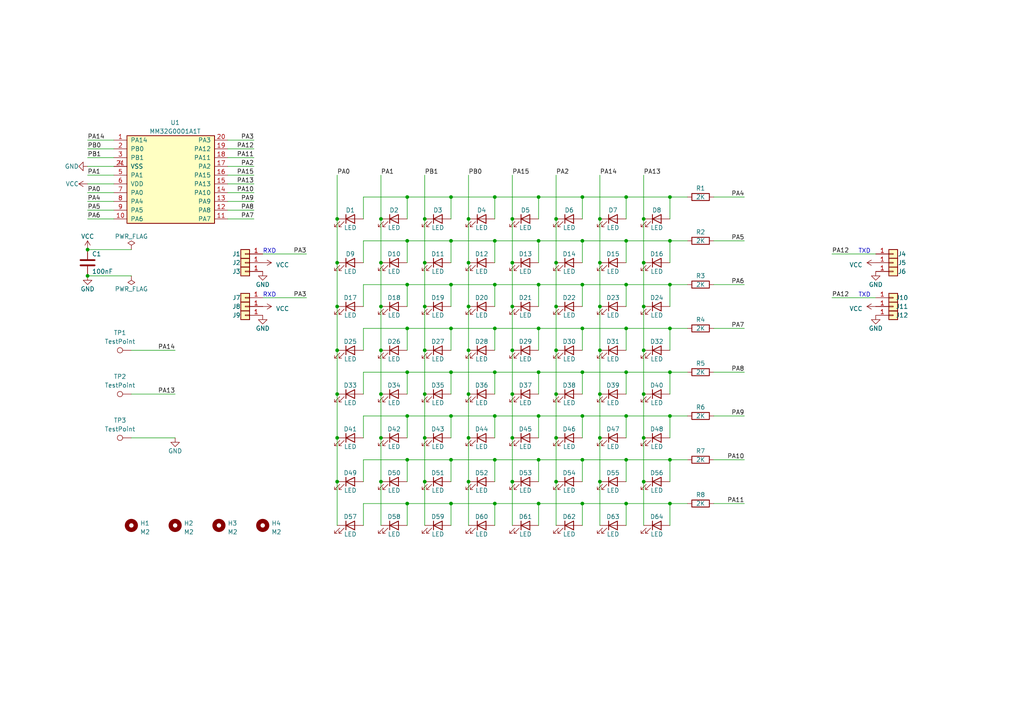
<source format=kicad_sch>
(kicad_sch (version 20230121) (generator eeschema)
  (paper "A4")
  (lib_symbols
    (symbol "Connector:TestPoint" (pin_numbers hide) (pin_names (offset 0.762) hide)
      (property "Reference" "TP" (at 0 6.858 0))
      (property "Value" "TestPoint" (at 0 5.08 0))
      (symbol "TestPoint_0_1"
        (circle (center 0 3.302) (radius 0.762))
      )
      (symbol "TestPoint_1_1"
        (pin passive line (at 0 0 90) (length 2.54) (name "1") (number "1"))
      )
    )
    (symbol "Connector_Generic:Conn_01x01" (pin_names (offset 1.016) hide)
      (property "Reference" "J" (at 0 2.54 0))
      (property "Value" "Conn_01x01" (at 0 -2.54 0))
      (symbol "Conn_01x01_1_1"
        (rectangle (start -1.27 0.127) (end 0 -0.127) (stroke (width 0.1524)))
        (rectangle (start -1.27 1.27) (end 1.27 -1.27) (stroke (width 0.254)) (fill (type background)))
        (pin passive line (at -5.08 0 0) (length 3.81) (name "Pin_1") (number "1"))
      )
    )
    (symbol "Connector_Generic:Conn_02x10_Counter_Clockwise" (pin_names (offset 1.016))
      (property "Reference" "U1" (at 1.27 15.24 0))
      (property "Value" "MM32G0001A1T" (at 1.27 12.7 0))
      (symbol "Conn_02x10_Counter_Clockwise_1_1"
        (rectangle (start -12.7 11.43) (end 12.7 -13.97) (stroke (width 0.254)) (fill (type background)))
        (pin bidirectional line (at -16.51 10.16 0) (length 3.81) (name "PA14") (number "1"))
        (pin bidirectional line (at -16.51 -12.7 0) (length 3.81) (name "PA6") (number "10"))
        (pin bidirectional line (at 16.51 -12.7 180) (length 3.81) (name "PA7") (number "11"))
        (pin bidirectional line (at 16.51 -10.16 180) (length 3.81) (name "PA8") (number "12"))
        (pin bidirectional line (at 16.51 -7.62 180) (length 3.81) (name "PA9") (number "13"))
        (pin bidirectional line (at 16.51 -5.08 180) (length 3.81) (name "PA10") (number "14"))
        (pin bidirectional line (at 16.51 -2.54 180) (length 3.81) (name "PA13") (number "15"))
        (pin bidirectional line (at 16.51 0 180) (length 3.81) (name "PA15") (number "16"))
        (pin bidirectional line (at 16.51 2.54 180) (length 3.81) (name "PA2") (number "17"))
        (pin bidirectional line (at 16.51 5.08 180) (length 3.81) (name "PA11") (number "18"))
        (pin bidirectional line (at 16.51 7.62 180) (length 3.81) (name "PA12") (number "19"))
        (pin bidirectional line (at -16.51 7.62 0) (length 3.81) (name "PB0") (number "2"))
        (pin bidirectional line (at 16.51 10.16 180) (length 3.81) (name "PA3") (number "20"))
        (pin power_in line (at -16.51 2.54 0) (length 3.81) (name "VSS") (number "21"))
        (pin bidirectional line (at -16.51 5.08 0) (length 3.81) (name "PB1") (number "3"))
        (pin power_in line (at -16.51 2.54 0) (length 3.81) (name "VSS") (number "4"))
        (pin bidirectional line (at -16.51 0 0) (length 3.81) (name "PA1") (number "5"))
        (pin power_in line (at -16.51 -2.54 0) (length 3.81) (name "VDD") (number "6"))
        (pin bidirectional line (at -16.51 -5.08 0) (length 3.81) (name "PA0") (number "7"))
        (pin bidirectional line (at -16.51 -7.62 0) (length 3.81) (name "PA4") (number "8"))
        (pin bidirectional line (at -16.51 -10.16 0) (length 3.81) (name "PA5") (number "9"))
      )
    )
    (symbol "Device:C" (pin_numbers hide) (pin_names (offset 0.254))
      (property "Reference" "C" (at 0.635 2.54 0))
      (property "Value" "C" (at 0.635 -2.54 0))
      (symbol "C_0_1"
        (polyline (pts (xy -2.032 -0.762) (xy 2.032 -0.762)) (stroke (width 0.508)))
        (polyline (pts (xy -2.032 0.762) (xy 2.032 0.762)) (stroke (width 0.508)))
      )
      (symbol "C_1_1"
        (pin passive line (at 0 3.81 270) (length 2.794) (name "~") (number "1"))
        (pin passive line (at 0 -3.81 90) (length 2.794) (name "~") (number "2"))
      )
    )
    (symbol "Device:LED" (pin_numbers hide) (pin_names (offset 1.016) hide)
      (property "Reference" "D" (at 0 2.54 0))
      (property "Value" "LED" (at 0 -2.54 0))
      (symbol "LED_0_1"
        (polyline (pts (xy -1.27 -1.27) (xy -1.27 1.27)) (stroke (width 0.254)))
        (polyline (pts (xy -1.27 0) (xy 1.27 0)))
        (polyline (pts (xy 1.27 -1.27) (xy 1.27 1.27) (xy -1.27 0) (xy 1.27 -1.27)) (stroke (width 0.254)))
        (polyline (pts (xy -3.048 -0.762) (xy -4.572 -2.286) (xy -3.81 -2.286) (xy -4.572 -2.286) (xy -4.572 -1.524)))
        (polyline (pts (xy -1.778 -0.762) (xy -3.302 -2.286) (xy -2.54 -2.286) (xy -3.302 -2.286) (xy -3.302 -1.524)))
      )
      (symbol "LED_1_1"
        (pin passive line (at -3.81 0 0) (length 2.54) (name "K") (number "1"))
        (pin passive line (at 3.81 0 180) (length 2.54) (name "A") (number "2"))
      )
    )
    (symbol "Device:R" (pin_numbers hide) (pin_names (offset 0))
      (property "Reference" "R" (at 2.032 0 90))
      (property "Value" "R" (at 0 0 90))
      (symbol "R_0_1"
        (rectangle (start -1.016 -2.54) (end 1.016 2.54) (stroke (width 0.254)))
      )
      (symbol "R_1_1"
        (pin passive line (at 0 3.81 270) (length 1.27) (name "~") (number "1"))
        (pin passive line (at 0 -3.81 90) (length 1.27) (name "~") (number "2"))
      )
    )
    (symbol "Mechanical:MountingHole" (pin_names (offset 1.016))
      (property "Reference" "H" (at 0 5.08 0))
      (property "Value" "MountingHole" (at 0 3.175 0))
      (symbol "MountingHole_0_1"
        (circle (center 0 0) (radius 1.27) (stroke (width 1.27)))
      )
    )
    (symbol "power:GND" (power) (pin_names (offset 0))
      (property "Value" "GND" (at 0 -3.81 0))
      (symbol "GND_0_1"
        (polyline (pts (xy 0 0) (xy 0 -1.27) (xy 1.27 -1.27) (xy 0 -2.54) (xy -1.27 -1.27) (xy 0 -1.27)))
      )
      (symbol "GND_1_1"
        (pin power_in line (at 0 0 270) (length 0) hide (name "GND") (number "1"))
      )
    )
    (symbol "power:PWR_FLAG" (power) (pin_numbers hide) (pin_names (offset 0) hide)
      (property "Value" "PWR_FLAG" (at 0 3.81 0))
      (symbol "PWR_FLAG_0_0"
        (pin power_out line (at 0 0 90) (length 0) (name "pwr") (number "1"))
      )
      (symbol "PWR_FLAG_0_1"
        (polyline (pts (xy 0 0) (xy 0 1.27) (xy -1.016 1.905) (xy 0 2.54) (xy 1.016 1.905) (xy 0 1.27)))
      )
    )
    (symbol "power:VCC" (power) (pin_names (offset 0))
      (property "Value" "VCC" (at 0 3.81 0))
      (symbol "VCC_0_1"
        (polyline (pts (xy -0.762 1.27) (xy 0 2.54)))
        (polyline (pts (xy 0 0) (xy 0 2.54)))
        (polyline (pts (xy 0 2.54) (xy 0.762 1.27)))
      )
      (symbol "VCC_1_1"
        (pin power_in line (at 0 0 90) (length 0) hide (name "VCC") (number "1"))
      )
    )
  )
  (junction (at 156.21 120.65))
  (junction (at 118.11 146.05))
  (junction (at 194.31 57.15))
  (junction (at 181.61 82.55))
  (junction (at 173.99 76.2))
  (junction (at 148.59 101.6))
  (junction (at 194.31 133.35))
  (junction (at 110.49 88.9))
  (junction (at 173.99 127))
  (junction (at 156.21 82.55))
  (junction (at 97.79 101.6))
  (junction (at 161.29 114.3))
  (junction (at 161.29 127))
  (junction (at 168.91 120.65))
  (junction (at 156.21 57.15))
  (junction (at 135.89 88.9))
  (junction (at 148.59 88.9))
  (junction (at 156.21 69.85))
  (junction (at 194.31 82.55))
  (junction (at 97.79 139.7))
  (junction (at 148.59 139.7))
  (junction (at 135.89 114.3))
  (junction (at 130.81 57.15))
  (junction (at 118.11 69.85))
  (junction (at 173.99 88.9))
  (junction (at 148.59 76.2))
  (junction (at 118.11 95.25))
  (junction (at 143.51 69.85))
  (junction (at 161.29 76.2))
  (junction (at 110.49 101.6))
  (junction (at 118.11 133.35))
  (junction (at 156.21 107.95))
  (junction (at 123.19 101.6))
  (junction (at 97.79 127))
  (junction (at 143.51 133.35))
  (junction (at 186.69 101.6))
  (junction (at 25.4 80.01))
  (junction (at 168.91 95.25))
  (junction (at 168.91 107.95))
  (junction (at 25.4 72.39))
  (junction (at 181.61 133.35))
  (junction (at 156.21 133.35))
  (junction (at 148.59 114.3))
  (junction (at 123.19 114.3))
  (junction (at 161.29 63.5))
  (junction (at 148.59 127))
  (junction (at 143.51 57.15))
  (junction (at 130.81 107.95))
  (junction (at 143.51 120.65))
  (junction (at 135.89 76.2))
  (junction (at 130.81 82.55))
  (junction (at 110.49 114.3))
  (junction (at 194.31 95.25))
  (junction (at 123.19 76.2))
  (junction (at 156.21 146.05))
  (junction (at 168.91 82.55))
  (junction (at 97.79 63.5))
  (junction (at 173.99 114.3))
  (junction (at 110.49 139.7))
  (junction (at 161.29 139.7))
  (junction (at 181.61 95.25))
  (junction (at 118.11 120.65))
  (junction (at 118.11 57.15))
  (junction (at 186.69 139.7))
  (junction (at 173.99 101.6))
  (junction (at 173.99 139.7))
  (junction (at 110.49 63.5))
  (junction (at 181.61 69.85))
  (junction (at 168.91 133.35))
  (junction (at 143.51 146.05))
  (junction (at 168.91 69.85))
  (junction (at 181.61 146.05))
  (junction (at 135.89 63.5))
  (junction (at 168.91 146.05))
  (junction (at 118.11 82.55))
  (junction (at 143.51 107.95))
  (junction (at 186.69 114.3))
  (junction (at 130.81 69.85))
  (junction (at 181.61 57.15))
  (junction (at 130.81 133.35))
  (junction (at 194.31 120.65))
  (junction (at 130.81 95.25))
  (junction (at 110.49 127))
  (junction (at 130.81 120.65))
  (junction (at 186.69 88.9))
  (junction (at 123.19 63.5))
  (junction (at 194.31 69.85))
  (junction (at 186.69 76.2))
  (junction (at 186.69 127))
  (junction (at 123.19 127))
  (junction (at 194.31 107.95))
  (junction (at 156.21 95.25))
  (junction (at 148.59 63.5))
  (junction (at 161.29 88.9))
  (junction (at 181.61 120.65))
  (junction (at 97.79 114.3))
  (junction (at 135.89 101.6))
  (junction (at 97.79 88.9))
  (junction (at 110.49 76.2))
  (junction (at 97.79 76.2))
  (junction (at 143.51 95.25))
  (junction (at 135.89 139.7))
  (junction (at 168.91 57.15))
  (junction (at 143.51 82.55))
  (junction (at 161.29 101.6))
  (junction (at 173.99 63.5))
  (junction (at 118.11 107.95))
  (junction (at 130.81 146.05))
  (junction (at 123.19 139.7))
  (junction (at 194.31 146.05))
  (junction (at 123.19 88.9))
  (junction (at 186.69 63.5))
  (junction (at 181.61 107.95))
  (junction (at 135.89 127))
  (wire (pts (xy 38.1 127) (xy 50.8 127)))
  (wire (pts (xy 66.04 58.42) (xy 73.66 58.42)))
  (wire (pts (xy 168.91 133.35) (xy 181.61 133.35)))
  (wire (pts (xy 186.69 50.8) (xy 186.69 63.5)))
  (wire (pts (xy 186.69 139.7) (xy 186.69 152.4)))
  (wire (pts (xy 130.81 133.35) (xy 143.51 133.35)))
  (wire (pts (xy 161.29 127) (xy 161.29 139.7)))
  (wire (pts (xy 181.61 120.65) (xy 194.31 120.65)))
  (wire (pts (xy 194.31 133.35) (xy 199.39 133.35)))
  (wire (pts (xy 207.01 82.55) (xy 215.9 82.55)))
  (wire (pts (xy 148.59 139.7) (xy 148.59 152.4)))
  (wire (pts (xy 110.49 63.5) (xy 110.49 76.2)))
  (wire (pts (xy 105.41 69.85) (xy 118.11 69.85)))
  (wire (pts (xy 186.69 101.6) (xy 186.69 114.3)))
  (wire (pts (xy 148.59 88.9) (xy 148.59 101.6)))
  (wire (pts (xy 181.61 133.35) (xy 194.31 133.35)))
  (wire (pts (xy 181.61 95.25) (xy 181.61 101.6)))
  (wire (pts (xy 105.41 107.95) (xy 118.11 107.95)))
  (wire (pts (xy 97.79 101.6) (xy 97.79 114.3)))
  (wire (pts (xy 181.61 95.25) (xy 194.31 95.25)))
  (wire (pts (xy 161.29 114.3) (xy 161.29 127)))
  (wire (pts (xy 207.01 69.85) (xy 215.9 69.85)))
  (wire (pts (xy 156.21 133.35) (xy 168.91 133.35)))
  (wire (pts (xy 73.66 43.18) (xy 66.04 43.18)))
  (wire (pts (xy 25.4 55.88) (xy 33.02 55.88)))
  (wire (pts (xy 130.81 82.55) (xy 130.81 88.9)))
  (wire (pts (xy 110.49 114.3) (xy 110.49 127)))
  (wire (pts (xy 97.79 76.2) (xy 97.79 88.9)))
  (wire (pts (xy 173.99 139.7) (xy 173.99 152.4)))
  (wire (pts (xy 130.81 120.65) (xy 130.81 127)))
  (wire (pts (xy 156.21 120.65) (xy 168.91 120.65)))
  (wire (pts (xy 135.89 101.6) (xy 135.89 114.3)))
  (wire (pts (xy 181.61 107.95) (xy 181.61 114.3)))
  (wire (pts (xy 105.41 120.65) (xy 118.11 120.65)))
  (wire (pts (xy 25.4 80.01) (xy 38.1 80.01)))
  (wire (pts (xy 161.29 139.7) (xy 161.29 152.4)))
  (wire (pts (xy 148.59 101.6) (xy 148.59 114.3)))
  (wire (pts (xy 156.21 146.05) (xy 168.91 146.05)))
  (wire (pts (xy 66.04 63.5) (xy 73.66 63.5)))
  (wire (pts (xy 130.81 120.65) (xy 143.51 120.65)))
  (wire (pts (xy 123.19 101.6) (xy 123.19 114.3)))
  (wire (pts (xy 66.04 55.88) (xy 73.66 55.88)))
  (wire (pts (xy 25.4 50.8) (xy 33.02 50.8)))
  (wire (pts (xy 156.21 82.55) (xy 156.21 88.9)))
  (wire (pts (xy 105.41 95.25) (xy 118.11 95.25)))
  (wire (pts (xy 130.81 133.35) (xy 130.81 139.7)))
  (wire (pts (xy 148.59 76.2) (xy 148.59 88.9)))
  (wire (pts (xy 97.79 63.5) (xy 97.79 76.2)))
  (wire (pts (xy 123.19 76.2) (xy 123.19 88.9)))
  (wire (pts (xy 156.21 57.15) (xy 156.21 63.5)))
  (wire (pts (xy 123.19 50.8) (xy 123.19 63.5)))
  (wire (pts (xy 173.99 76.2) (xy 173.99 88.9)))
  (wire (pts (xy 105.41 139.7) (xy 105.41 133.35)))
  (wire (pts (xy 143.51 146.05) (xy 156.21 146.05)))
  (wire (pts (xy 161.29 88.9) (xy 161.29 101.6)))
  (wire (pts (xy 156.21 69.85) (xy 156.21 76.2)))
  (wire (pts (xy 168.91 82.55) (xy 181.61 82.55)))
  (wire (pts (xy 118.11 120.65) (xy 130.81 120.65)))
  (wire (pts (xy 181.61 120.65) (xy 181.61 127)))
  (wire (pts (xy 97.79 88.9) (xy 97.79 101.6)))
  (wire (pts (xy 25.4 48.26) (xy 33.02 48.26)))
  (wire (pts (xy 156.21 57.15) (xy 168.91 57.15)))
  (wire (pts (xy 173.99 101.6) (xy 173.99 114.3)))
  (wire (pts (xy 118.11 107.95) (xy 130.81 107.95)))
  (wire (pts (xy 156.21 146.05) (xy 156.21 152.4)))
  (wire (pts (xy 161.29 63.5) (xy 161.29 76.2)))
  (wire (pts (xy 186.69 114.3) (xy 186.69 127)))
  (wire (pts (xy 168.91 120.65) (xy 168.91 127)))
  (wire (pts (xy 143.51 95.25) (xy 143.51 101.6)))
  (wire (pts (xy 168.91 146.05) (xy 181.61 146.05)))
  (wire (pts (xy 110.49 139.7) (xy 110.49 152.4)))
  (wire (pts (xy 156.21 95.25) (xy 156.21 101.6)))
  (wire (pts (xy 130.81 69.85) (xy 143.51 69.85)))
  (wire (pts (xy 173.99 63.5) (xy 173.99 76.2)))
  (wire (pts (xy 118.11 82.55) (xy 118.11 88.9)))
  (wire (pts (xy 97.79 114.3) (xy 97.79 127)))
  (wire (pts (xy 173.99 50.8) (xy 173.99 63.5)))
  (wire (pts (xy 143.51 69.85) (xy 156.21 69.85)))
  (wire (pts (xy 168.91 69.85) (xy 168.91 76.2)))
  (wire (pts (xy 143.51 120.65) (xy 156.21 120.65)))
  (wire (pts (xy 207.01 107.95) (xy 215.9 107.95)))
  (wire (pts (xy 168.91 107.95) (xy 181.61 107.95)))
  (wire (pts (xy 105.41 63.5) (xy 105.41 57.15)))
  (wire (pts (xy 186.69 63.5) (xy 186.69 76.2)))
  (wire (pts (xy 194.31 95.25) (xy 199.39 95.25)))
  (wire (pts (xy 130.81 146.05) (xy 143.51 146.05)))
  (wire (pts (xy 143.51 146.05) (xy 143.51 152.4)))
  (wire (pts (xy 118.11 120.65) (xy 118.11 127)))
  (wire (pts (xy 110.49 127) (xy 110.49 139.7)))
  (wire (pts (xy 130.81 95.25) (xy 143.51 95.25)))
  (wire (pts (xy 135.89 63.5) (xy 135.89 76.2)))
  (wire (pts (xy 130.81 107.95) (xy 143.51 107.95)))
  (wire (pts (xy 73.66 45.72) (xy 66.04 45.72)))
  (wire (pts (xy 207.01 146.05) (xy 215.9 146.05)))
  (wire (pts (xy 135.89 114.3) (xy 135.89 127)))
  (wire (pts (xy 181.61 82.55) (xy 181.61 88.9)))
  (wire (pts (xy 110.49 88.9) (xy 110.49 101.6)))
  (wire (pts (xy 105.41 152.4) (xy 105.41 146.05)))
  (wire (pts (xy 168.91 95.25) (xy 181.61 95.25)))
  (wire (pts (xy 25.4 43.18) (xy 33.02 43.18)))
  (wire (pts (xy 135.89 139.7) (xy 135.89 152.4)))
  (wire (pts (xy 110.49 101.6) (xy 110.49 114.3)))
  (wire (pts (xy 168.91 107.95) (xy 168.91 114.3)))
  (wire (pts (xy 88.9 73.66) (xy 76.2 73.66)))
  (wire (pts (xy 38.1 101.6) (xy 50.8 101.6)))
  (wire (pts (xy 173.99 88.9) (xy 173.99 101.6)))
  (wire (pts (xy 156.21 82.55) (xy 168.91 82.55)))
  (wire (pts (xy 118.11 95.25) (xy 130.81 95.25)))
  (wire (pts (xy 161.29 101.6) (xy 161.29 114.3)))
  (wire (pts (xy 118.11 146.05) (xy 118.11 152.4)))
  (wire (pts (xy 38.1 114.3) (xy 50.8 114.3)))
  (wire (pts (xy 135.89 127) (xy 135.89 139.7)))
  (wire (pts (xy 168.91 133.35) (xy 168.91 139.7)))
  (wire (pts (xy 148.59 50.8) (xy 148.59 63.5)))
  (wire (pts (xy 123.19 114.3) (xy 123.19 127)))
  (wire (pts (xy 105.41 133.35) (xy 118.11 133.35)))
  (wire (pts (xy 118.11 57.15) (xy 130.81 57.15)))
  (wire (pts (xy 66.04 60.96) (xy 73.66 60.96)))
  (wire (pts (xy 118.11 133.35) (xy 130.81 133.35)))
  (wire (pts (xy 181.61 57.15) (xy 181.61 63.5)))
  (wire (pts (xy 130.81 95.25) (xy 130.81 101.6)))
  (wire (pts (xy 168.91 146.05) (xy 168.91 152.4)))
  (wire (pts (xy 105.41 88.9) (xy 105.41 82.55)))
  (wire (pts (xy 148.59 63.5) (xy 148.59 76.2)))
  (wire (pts (xy 143.51 82.55) (xy 143.51 88.9)))
  (wire (pts (xy 25.4 40.64) (xy 33.02 40.64)))
  (wire (pts (xy 105.41 82.55) (xy 118.11 82.55)))
  (wire (pts (xy 181.61 133.35) (xy 181.61 139.7)))
  (wire (pts (xy 207.01 120.65) (xy 215.9 120.65)))
  (wire (pts (xy 25.4 45.72) (xy 33.02 45.72)))
  (wire (pts (xy 123.19 127) (xy 123.19 139.7)))
  (wire (pts (xy 130.81 69.85) (xy 130.81 76.2)))
  (wire (pts (xy 207.01 57.15) (xy 215.9 57.15)))
  (wire (pts (xy 73.66 40.64) (xy 66.04 40.64)))
  (wire (pts (xy 156.21 120.65) (xy 156.21 127)))
  (wire (pts (xy 105.41 127) (xy 105.41 120.65)))
  (wire (pts (xy 194.31 95.25) (xy 194.31 101.6)))
  (wire (pts (xy 97.79 127) (xy 97.79 139.7)))
  (wire (pts (xy 168.91 57.15) (xy 181.61 57.15)))
  (wire (pts (xy 161.29 50.8) (xy 161.29 63.5)))
  (wire (pts (xy 181.61 57.15) (xy 194.31 57.15)))
  (wire (pts (xy 130.81 82.55) (xy 143.51 82.55)))
  (wire (pts (xy 143.51 133.35) (xy 143.51 139.7)))
  (wire (pts (xy 194.31 107.95) (xy 194.31 114.3)))
  (wire (pts (xy 207.01 95.25) (xy 215.9 95.25)))
  (wire (pts (xy 186.69 127) (xy 186.69 139.7)))
  (wire (pts (xy 168.91 82.55) (xy 168.91 88.9)))
  (wire (pts (xy 173.99 127) (xy 173.99 139.7)))
  (wire (pts (xy 207.01 133.35) (xy 215.9 133.35)))
  (wire (pts (xy 168.91 69.85) (xy 181.61 69.85)))
  (wire (pts (xy 130.81 107.95) (xy 130.81 114.3)))
  (wire (pts (xy 161.29 76.2) (xy 161.29 88.9)))
  (wire (pts (xy 156.21 69.85) (xy 168.91 69.85)))
  (wire (pts (xy 143.51 82.55) (xy 156.21 82.55)))
  (wire (pts (xy 33.02 60.96) (xy 25.4 60.96)))
  (wire (pts (xy 66.04 53.34) (xy 73.66 53.34)))
  (wire (pts (xy 97.79 50.8) (xy 97.79 63.5)))
  (wire (pts (xy 123.19 139.7) (xy 123.19 152.4)))
  (wire (pts (xy 156.21 107.95) (xy 168.91 107.95)))
  (wire (pts (xy 105.41 76.2) (xy 105.41 69.85)))
  (wire (pts (xy 97.79 139.7) (xy 97.79 152.4)))
  (wire (pts (xy 148.59 114.3) (xy 148.59 127)))
  (wire (pts (xy 143.51 133.35) (xy 156.21 133.35)))
  (wire (pts (xy 194.31 120.65) (xy 194.31 127)))
  (wire (pts (xy 130.81 57.15) (xy 143.51 57.15)))
  (wire (pts (xy 168.91 57.15) (xy 168.91 63.5)))
  (wire (pts (xy 181.61 146.05) (xy 194.31 146.05)))
  (wire (pts (xy 156.21 133.35) (xy 156.21 139.7)))
  (wire (pts (xy 118.11 69.85) (xy 130.81 69.85)))
  (wire (pts (xy 186.69 88.9) (xy 186.69 101.6)))
  (wire (pts (xy 66.04 48.26) (xy 73.66 48.26)))
  (wire (pts (xy 135.89 76.2) (xy 135.89 88.9)))
  (wire (pts (xy 105.41 114.3) (xy 105.41 107.95)))
  (wire (pts (xy 194.31 146.05) (xy 199.39 146.05)))
  (wire (pts (xy 181.61 82.55) (xy 194.31 82.55)))
  (wire (pts (xy 130.81 146.05) (xy 130.81 152.4)))
  (wire (pts (xy 143.51 69.85) (xy 143.51 76.2)))
  (wire (pts (xy 33.02 58.42) (xy 25.4 58.42)))
  (wire (pts (xy 105.41 57.15) (xy 118.11 57.15)))
  (wire (pts (xy 25.4 72.39) (xy 38.1 72.39)))
  (wire (pts (xy 135.89 50.8) (xy 135.89 63.5)))
  (wire (pts (xy 143.51 57.15) (xy 143.51 63.5)))
  (wire (pts (xy 118.11 146.05) (xy 130.81 146.05)))
  (wire (pts (xy 181.61 146.05) (xy 181.61 152.4)))
  (wire (pts (xy 118.11 95.25) (xy 118.11 101.6)))
  (wire (pts (xy 156.21 107.95) (xy 156.21 114.3)))
  (wire (pts (xy 118.11 57.15) (xy 118.11 63.5)))
  (wire (pts (xy 181.61 69.85) (xy 181.61 76.2)))
  (wire (pts (xy 143.51 107.95) (xy 143.51 114.3)))
  (wire (pts (xy 186.69 76.2) (xy 186.69 88.9)))
  (wire (pts (xy 241.3 86.36) (xy 254 86.36)))
  (wire (pts (xy 105.41 146.05) (xy 118.11 146.05)))
  (wire (pts (xy 33.02 63.5) (xy 25.4 63.5)))
  (wire (pts (xy 66.04 50.8) (xy 73.66 50.8)))
  (wire (pts (xy 168.91 120.65) (xy 181.61 120.65)))
  (wire (pts (xy 123.19 63.5) (xy 123.19 76.2)))
  (wire (pts (xy 194.31 120.65) (xy 199.39 120.65)))
  (wire (pts (xy 105.41 101.6) (xy 105.41 95.25)))
  (wire (pts (xy 156.21 95.25) (xy 168.91 95.25)))
  (wire (pts (xy 194.31 133.35) (xy 194.31 139.7)))
  (wire (pts (xy 194.31 69.85) (xy 199.39 69.85)))
  (wire (pts (xy 181.61 69.85) (xy 194.31 69.85)))
  (wire (pts (xy 194.31 82.55) (xy 199.39 82.55)))
  (wire (pts (xy 110.49 50.8) (xy 110.49 63.5)))
  (wire (pts (xy 118.11 69.85) (xy 118.11 76.2)))
  (wire (pts (xy 118.11 133.35) (xy 118.11 139.7)))
  (wire (pts (xy 194.31 57.15) (xy 194.31 63.5)))
  (wire (pts (xy 194.31 57.15) (xy 199.39 57.15)))
  (wire (pts (xy 135.89 88.9) (xy 135.89 101.6)))
  (wire (pts (xy 130.81 57.15) (xy 130.81 63.5)))
  (wire (pts (xy 118.11 82.55) (xy 130.81 82.55)))
  (wire (pts (xy 143.51 120.65) (xy 143.51 127)))
  (wire (pts (xy 88.9 86.36) (xy 76.2 86.36)))
  (wire (pts (xy 143.51 107.95) (xy 156.21 107.95)))
  (wire (pts (xy 194.31 107.95) (xy 199.39 107.95)))
  (wire (pts (xy 118.11 107.95) (xy 118.11 114.3)))
  (wire (pts (xy 143.51 95.25) (xy 156.21 95.25)))
  (wire (pts (xy 173.99 114.3) (xy 173.99 127)))
  (wire (pts (xy 181.61 107.95) (xy 194.31 107.95)))
  (wire (pts (xy 148.59 127) (xy 148.59 139.7)))
  (wire (pts (xy 143.51 57.15) (xy 156.21 57.15)))
  (wire (pts (xy 168.91 101.6) (xy 168.91 95.25)))
  (wire (pts (xy 123.19 88.9) (xy 123.19 101.6)))
  (wire (pts (xy 241.3 73.66) (xy 254 73.66)))
  (wire (pts (xy 194.31 82.55) (xy 194.31 88.9)))
  (wire (pts (xy 194.31 146.05) (xy 194.31 152.4)))
  (wire (pts (xy 25.4 53.34) (xy 33.02 53.34)))
  (wire (pts (xy 110.49 76.2) (xy 110.49 88.9)))
  (wire (pts (xy 194.31 69.85) (xy 194.31 76.2)))
  (text "RXD" (at 76.2 73.66 0) (effects (font (size 1.27 1.27)) (justify left bottom)))
  (text "TXD" (at 248.92 73.66 0) (effects (font (size 1.27 1.27)) (justify left bottom)))
  (text "RXD" (at 76.2 86.36 0) (effects (font (size 1.27 1.27)) (justify left bottom)))
  (text "TXD" (at 248.92 86.36 0) (effects (font (size 1.27 1.27)) (justify left bottom)))
  (label "PA11" (at 215.9 146.05 180))
  (label "PA4" (at 25.4 58.42 0))
  (label "PA9" (at 215.9 120.65 180))
  (label "PA2" (at 73.66 48.26 180))
  (label "PA8" (at 73.66 60.96 180))
  (label "PA14" (at 173.99 50.8 0))
  (label "PA3" (at 88.9 73.66 180))
  (label "PA1" (at 110.49 50.8 0))
  (label "PA4" (at 215.9 57.15 180))
  (label "PA9" (at 73.66 58.42 180))
  (label "PA7" (at 215.9 95.25 180))
  (label "PA14" (at 25.4 40.64 0))
  (label "PB0" (at 135.89 50.8 0))
  (label "PA6" (at 215.9 82.55 180))
  (label "PA7" (at 73.66 63.5 180))
  (label "PA1" (at 25.4 50.8 0))
  (label "PA11" (at 73.66 45.72 180))
  (label "PA13" (at 50.8 114.3 180))
  (label "PA8" (at 215.9 107.95 180))
  (label "PA15" (at 148.59 50.8 0))
  (label "PA15" (at 73.66 50.8 180))
  (label "PA12" (at 241.3 86.36 0))
  (label "PA6" (at 25.4 63.5 0))
  (label "PA10" (at 73.66 55.88 180))
  (label "PB1" (at 123.19 50.8 0))
  (label "PA12" (at 241.3 73.66 0))
  (label "PB0" (at 25.4 43.18 0))
  (label "PA12" (at 73.66 43.18 180))
  (label "PA5" (at 215.9 69.85 180))
  (label "PB1" (at 25.4 45.72 0))
  (label "PA0" (at 25.4 55.88 0))
  (label "PA5" (at 25.4 60.96 0))
  (label "PA3" (at 73.66 40.64 180))
  (label "PA13" (at 186.69 50.8 0))
  (label "PA0" (at 97.79 50.8 0))
  (label "PA10" (at 215.9 133.35 180))
  (label "PA13" (at 73.66 53.34 180))
  (label "PA2" (at 161.29 50.8 0))
  (label "PA14" (at 50.8 101.6 180))
  (label "PA3" (at 88.9 86.36 180))
  (symbol (lib_id "Connector_Generic:Conn_01x01") (at 71.12 78.74 180) (unit 1)
    (property "Reference" "J3" (at 68.58 78.74 0))
    (property "Value" "Conn_01x01" (effects hide))
    (property "Footprint" "TestPoint:TestPoint_Pad_2.0x2.0mm" (effects hide))
  )
  (symbol (lib_id "Device:R") (at 203.2 82.55 270) (mirror x) (unit 1)
    (property "Reference" "R3" (at 203.2 80.01 90))
    (property "Value" "2K" (at 203.2 82.55 90))
    (property "Footprint" "Resistor_SMD:R_0603_1608Metric_Pad0.98x0.95mm_HandSolder" (effects hide))
  )
  (symbol (lib_id "Device:R") (at 203.2 146.05 270) (mirror x) (unit 1)
    (property "Reference" "R8" (at 203.2 143.51 90))
    (property "Value" "2K" (at 203.2 146.05 90))
    (property "Footprint" "Resistor_SMD:R_0603_1608Metric_Pad0.98x0.95mm_HandSolder" (effects hide))
  )
  (symbol (lib_id "Device:LED") (at 190.5 152.4 0) (unit 1)
    (property "Reference" "D64" (at 190.5 149.86 0))
    (property "Value" "LED" (at 190.5 154.94 0))
    (property "Footprint" "LED_SMD:LED_0603_1608Metric_Pad1.05x0.95mm_HandSolder" (effects hide))
  )
  (symbol (lib_id "Device:LED") (at 127 101.6 0) (unit 1)
    (property "Reference" "D27" (at 127 99.06 0))
    (property "Value" "LED" (at 127 104.14 0))
    (property "Footprint" "LED_SMD:LED_0603_1608Metric_Pad1.05x0.95mm_HandSolder" (effects hide))
  )
  (symbol (lib_id "Device:LED") (at 177.8 139.7 0) (unit 1)
    (property "Reference" "D55" (at 177.8 137.16 0))
    (property "Value" "LED" (at 177.8 142.24 0))
    (property "Footprint" "LED_SMD:LED_0603_1608Metric_Pad1.05x0.95mm_HandSolder" (effects hide))
  )
  (symbol (lib_id "Device:LED") (at 101.6 114.3 0) (unit 1)
    (property "Reference" "D33" (at 101.6 111.76 0))
    (property "Value" "LED" (at 101.6 116.84 0))
    (property "Footprint" "LED_SMD:LED_0603_1608Metric_Pad1.05x0.95mm_HandSolder" (effects hide))
  )
  (symbol (lib_id "Device:LED") (at 139.7 88.9 0) (unit 1)
    (property "Reference" "D20" (at 139.7 86.36 0))
    (property "Value" "LED" (at 139.7 91.44 0))
    (property "Footprint" "LED_SMD:LED_0603_1608Metric_Pad1.05x0.95mm_HandSolder" (effects hide))
  )
  (symbol (lib_id "Device:LED") (at 190.5 139.7 0) (unit 1)
    (property "Reference" "D56" (at 190.5 137.16 0))
    (property "Value" "LED" (at 190.5 142.24 0))
    (property "Footprint" "LED_SMD:LED_0603_1608Metric_Pad1.05x0.95mm_HandSolder" (effects hide))
  )
  (symbol (lib_id "Device:LED") (at 177.8 152.4 0) (unit 1)
    (property "Reference" "D63" (at 177.8 149.86 0))
    (property "Value" "LED" (at 177.8 154.94 0))
    (property "Footprint" "LED_SMD:LED_0603_1608Metric_Pad1.05x0.95mm_HandSolder" (effects hide))
  )
  (symbol (lib_id "Device:C") (at 25.4 76.2 0) (unit 1)
    (property "Reference" "C1" (at 26.67 73.66 0) (effects (justify left)))
    (property "Value" "100nF" (at 26.67 78.74 0) (effects (justify left)))
    (property "Footprint" "Capacitor_SMD:C_0603_1608Metric_Pad1.08x0.95mm_HandSolder" (effects hide))
  )
  (symbol (lib_id "Connector_Generic:Conn_01x01") (at 259.08 88.9 0) (unit 1)
    (property "Reference" "J11" (at 261.62 88.9 0))
    (property "Value" "Conn_01x01" (effects hide))
    (property "Footprint" "TestPoint:TestPoint_Pad_2.0x2.0mm" (effects hide))
  )
  (symbol (lib_id "Mechanical:MountingHole") (at 50.8 152.4 0) (unit 1)
    (property "Reference" "H2" (at 53.34 151.765 0) (effects (justify left)))
    (property "Value" "M2" (at 53.34 154.305 0) (effects (justify left)))
    (property "Footprint" "MountingHole:MountingHole_2mm" (effects hide))
  )
  (symbol (lib_id "Device:LED") (at 190.5 114.3 0) (unit 1)
    (property "Reference" "D40" (at 190.5 111.76 0))
    (property "Value" "LED" (at 190.5 116.84 0))
    (property "Footprint" "LED_SMD:LED_0603_1608Metric_Pad1.05x0.95mm_HandSolder" (effects hide))
  )
  (symbol (lib_id "power:PWR_FLAG") (at 38.1 72.39 0) (unit 1)
    (property "Reference" "#FLG01" (effects hide))
    (property "Value" "PWR_FLAG" (at 38.1 68.58 0))
  )
  (symbol (lib_id "Device:LED") (at 177.8 88.9 0) (unit 1)
    (property "Reference" "D23" (at 177.8 86.36 0))
    (property "Value" "LED" (at 177.8 91.44 0))
    (property "Footprint" "LED_SMD:LED_0603_1608Metric_Pad1.05x0.95mm_HandSolder" (effects hide))
  )
  (symbol (lib_id "Mechanical:MountingHole") (at 76.2 152.4 0) (unit 1)
    (property "Reference" "H4" (at 78.74 151.765 0) (effects (justify left)))
    (property "Value" "M2" (at 78.74 154.305 0) (effects (justify left)))
    (property "Footprint" "MountingHole:MountingHole_2mm" (effects hide))
  )
  (symbol (lib_id "Connector_Generic:Conn_01x01") (at 71.12 91.44 180) (unit 1)
    (property "Reference" "J9" (at 68.58 91.44 0))
    (property "Value" "Conn_01x01" (effects hide))
    (property "Footprint" "TestPoint:TestPoint_Pad_2.0x2.0mm" (effects hide))
  )
  (symbol (lib_id "Device:LED") (at 165.1 88.9 0) (unit 1)
    (property "Reference" "D22" (at 165.1 86.36 0))
    (property "Value" "LED" (at 165.1 91.44 0))
    (property "Footprint" "LED_SMD:LED_0603_1608Metric_Pad1.05x0.95mm_HandSolder" (effects hide))
  )
  (symbol (lib_id "Device:R") (at 203.2 120.65 270) (mirror x) (unit 1)
    (property "Reference" "R6" (at 203.2 118.11 90))
    (property "Value" "2K" (at 203.2 120.65 90))
    (property "Footprint" "Resistor_SMD:R_0603_1608Metric_Pad0.98x0.95mm_HandSolder" (effects hide))
  )
  (symbol (lib_id "Device:LED") (at 101.6 127 0) (unit 1)
    (property "Reference" "D41" (at 101.6 124.46 0))
    (property "Value" "LED" (at 101.6 129.54 0))
    (property "Footprint" "LED_SMD:LED_0603_1608Metric_Pad1.05x0.95mm_HandSolder" (effects hide))
  )
  (symbol (lib_id "Device:LED") (at 114.3 101.6 0) (unit 1)
    (property "Reference" "D26" (at 114.3 99.06 0))
    (property "Value" "LED" (at 114.3 104.14 0))
    (property "Footprint" "LED_SMD:LED_0603_1608Metric_Pad1.05x0.95mm_HandSolder" (effects hide))
  )
  (symbol (lib_id "Device:LED") (at 101.6 76.2 0) (unit 1)
    (property "Reference" "D9" (at 101.6 73.66 0))
    (property "Value" "LED" (at 101.6 78.74 0))
    (property "Footprint" "LED_SMD:LED_0603_1608Metric_Pad1.05x0.95mm_HandSolder" (effects hide))
  )
  (symbol (lib_id "Mechanical:MountingHole") (at 38.1 152.4 0) (unit 1)
    (property "Reference" "H1" (at 40.64 151.765 0) (effects (justify left)))
    (property "Value" "M2" (at 40.64 154.305 0) (effects (justify left)))
    (property "Footprint" "MountingHole:MountingHole_2mm" (effects hide))
  )
  (symbol (lib_id "Device:LED") (at 139.7 63.5 0) (unit 1)
    (property "Reference" "D4" (at 139.7 60.96 0))
    (property "Value" "LED" (at 139.7 66.04 0))
    (property "Footprint" "LED_SMD:LED_0603_1608Metric_Pad1.05x0.95mm_HandSolder" (effects hide))
  )
  (symbol (lib_id "Device:LED") (at 152.4 88.9 0) (unit 1)
    (property "Reference" "D21" (at 152.4 86.36 0))
    (property "Value" "LED" (at 152.4 91.44 0))
    (property "Footprint" "LED_SMD:LED_0603_1608Metric_Pad1.05x0.95mm_HandSolder" (effects hide))
  )
  (symbol (lib_id "Device:LED") (at 139.7 152.4 0) (unit 1)
    (property "Reference" "D60" (at 139.7 149.86 0))
    (property "Value" "LED" (at 139.7 154.94 0))
    (property "Footprint" "LED_SMD:LED_0603_1608Metric_Pad1.05x0.95mm_HandSolder" (effects hide))
  )
  (symbol (lib_id "Device:LED") (at 139.7 139.7 0) (unit 1)
    (property "Reference" "D52" (at 139.7 137.16 0))
    (property "Value" "LED" (at 139.7 142.24 0))
    (property "Footprint" "LED_SMD:LED_0603_1608Metric_Pad1.05x0.95mm_HandSolder" (effects hide))
  )
  (symbol (lib_id "Device:LED") (at 114.3 114.3 0) (unit 1)
    (property "Reference" "D34" (at 114.3 111.76 0))
    (property "Value" "LED" (at 114.3 116.84 0))
    (property "Footprint" "LED_SMD:LED_0603_1608Metric_Pad1.05x0.95mm_HandSolder" (effects hide))
  )
  (symbol (lib_id "Device:LED") (at 101.6 152.4 0) (unit 1)
    (property "Reference" "D57" (at 101.6 149.86 0))
    (property "Value" "LED" (at 101.6 154.94 0))
    (property "Footprint" "LED_SMD:LED_0603_1608Metric_Pad1.05x0.95mm_HandSolder" (effects hide))
  )
  (symbol (lib_id "Device:R") (at 203.2 133.35 270) (mirror x) (unit 1)
    (property "Reference" "R7" (at 203.2 130.81 90))
    (property "Value" "2K" (at 203.2 133.35 90))
    (property "Footprint" "Resistor_SMD:R_0603_1608Metric_Pad0.98x0.95mm_HandSolder" (effects hide))
  )
  (symbol (lib_id "Connector_Generic:Conn_01x01") (at 259.08 78.74 0) (unit 1)
    (property "Reference" "J6" (at 261.62 78.74 0))
    (property "Value" "Conn_01x01" (effects hide))
    (property "Footprint" "TestPoint:TestPoint_Pad_2.0x2.0mm" (effects hide))
  )
  (symbol (lib_id "Device:LED") (at 114.3 127 0) (unit 1)
    (property "Reference" "D42" (at 114.3 124.46 0))
    (property "Value" "LED" (at 114.3 129.54 0))
    (property "Footprint" "LED_SMD:LED_0603_1608Metric_Pad1.05x0.95mm_HandSolder" (effects hide))
  )
  (symbol (lib_id "power:PWR_FLAG") (at 38.1 80.01 180) (unit 1)
    (property "Reference" "#FLG02" (effects hide))
    (property "Value" "PWR_FLAG" (at 38.1 83.82 0))
  )
  (symbol (lib_id "Device:LED") (at 139.7 76.2 0) (unit 1)
    (property "Reference" "D12" (at 139.7 73.66 0))
    (property "Value" "LED" (at 139.7 78.74 0))
    (property "Footprint" "LED_SMD:LED_0603_1608Metric_Pad1.05x0.95mm_HandSolder" (effects hide))
  )
  (symbol (lib_id "Device:LED") (at 152.4 76.2 0) (unit 1)
    (property "Reference" "D13" (at 152.4 73.66 0))
    (property "Value" "LED" (at 152.4 78.74 0))
    (property "Footprint" "LED_SMD:LED_0603_1608Metric_Pad1.05x0.95mm_HandSolder" (effects hide))
  )
  (symbol (lib_id "power:VCC") (at 25.4 53.34 90) (unit 1)
    (property "Reference" "#PWR02" (effects hide))
    (property "Value" "VCC" (at 22.86 53.34 90) (effects (justify left)))
  )
  (symbol (lib_id "Device:R") (at 203.2 95.25 270) (mirror x) (unit 1)
    (property "Reference" "R4" (at 203.2 92.71 90))
    (property "Value" "2K" (at 203.2 95.25 90))
    (property "Footprint" "Resistor_SMD:R_0603_1608Metric_Pad0.98x0.95mm_HandSolder" (effects hide))
  )
  (symbol (lib_id "Device:LED") (at 139.7 101.6 0) (unit 1)
    (property "Reference" "D28" (at 139.7 99.06 0))
    (property "Value" "LED" (at 139.7 104.14 0))
    (property "Footprint" "LED_SMD:LED_0603_1608Metric_Pad1.05x0.95mm_HandSolder" (effects hide))
  )
  (symbol (lib_id "Device:LED") (at 114.3 63.5 0) (unit 1)
    (property "Reference" "D2" (at 114.3 60.96 0))
    (property "Value" "LED" (at 114.3 66.04 0))
    (property "Footprint" "LED_SMD:LED_0603_1608Metric_Pad1.05x0.95mm_HandSolder" (effects hide))
  )
  (symbol (lib_id "Device:LED") (at 139.7 127 0) (unit 1)
    (property "Reference" "D44" (at 139.7 124.46 0))
    (property "Value" "LED" (at 139.7 129.54 0))
    (property "Footprint" "LED_SMD:LED_0603_1608Metric_Pad1.05x0.95mm_HandSolder" (effects hide))
  )
  (symbol (lib_id "Device:R") (at 203.2 69.85 270) (mirror x) (unit 1)
    (property "Reference" "R2" (at 203.2 67.31 90))
    (property "Value" "2K" (at 203.2 69.85 90))
    (property "Footprint" "Resistor_SMD:R_0603_1608Metric_Pad0.98x0.95mm_HandSolder" (effects hide))
  )
  (symbol (lib_id "Device:LED") (at 114.3 139.7 0) (unit 1)
    (property "Reference" "D50" (at 114.3 137.16 0))
    (property "Value" "LED" (at 114.3 142.24 0))
    (property "Footprint" "LED_SMD:LED_0603_1608Metric_Pad1.05x0.95mm_HandSolder" (effects hide))
  )
  (symbol (lib_id "Device:LED") (at 127 88.9 0) (unit 1)
    (property "Reference" "D19" (at 127 86.36 0))
    (property "Value" "LED" (at 127 91.44 0))
    (property "Footprint" "LED_SMD:LED_0603_1608Metric_Pad1.05x0.95mm_HandSolder" (effects hide))
  )
  (symbol (lib_id "Device:LED") (at 101.6 88.9 0) (unit 1)
    (property "Reference" "D17" (at 101.6 86.36 0))
    (property "Value" "LED" (at 101.6 91.44 0))
    (property "Footprint" "LED_SMD:LED_0603_1608Metric_Pad1.05x0.95mm_HandSolder" (effects hide))
  )
  (symbol (lib_id "Device:LED") (at 165.1 101.6 0) (unit 1)
    (property "Reference" "D30" (at 165.1 99.06 0))
    (property "Value" "LED" (at 165.1 104.14 0))
    (property "Footprint" "LED_SMD:LED_0603_1608Metric_Pad1.05x0.95mm_HandSolder" (effects hide))
  )
  (symbol (lib_id "Device:LED") (at 165.1 63.5 0) (unit 1)
    (property "Reference" "D6" (at 165.1 60.96 0))
    (property "Value" "LED" (at 165.1 66.04 0))
    (property "Footprint" "LED_SMD:LED_0603_1608Metric_Pad1.05x0.95mm_HandSolder" (effects hide))
  )
  (symbol (lib_id "Connector_Generic:Conn_01x01") (at 259.08 73.66 0) (unit 1)
    (property "Reference" "J4" (at 261.62 73.66 0))
    (property "Value" "Conn_01x01" (effects hide))
    (property "Footprint" "TestPoint:TestPoint_Pad_2.0x2.0mm" (effects hide))
  )
  (symbol (lib_id "Connector_Generic:Conn_01x01") (at 259.08 91.44 0) (unit 1)
    (property "Reference" "J12" (at 261.62 91.44 0))
    (property "Value" "Conn_01x01" (effects hide))
    (property "Footprint" "TestPoint:TestPoint_Pad_2.0x2.0mm" (effects hide))
  )
  (symbol (lib_id "Device:LED") (at 114.3 152.4 0) (unit 1)
    (property "Reference" "D58" (at 114.3 149.86 0))
    (property "Value" "LED" (at 114.3 154.94 0))
    (property "Footprint" "LED_SMD:LED_0603_1608Metric_Pad1.05x0.95mm_HandSolder" (effects hide))
  )
  (symbol (lib_id "Device:LED") (at 177.8 76.2 0) (unit 1)
    (property "Reference" "D15" (at 177.8 73.66 0))
    (property "Value" "LED" (at 177.8 78.74 0))
    (property "Footprint" "LED_SMD:LED_0603_1608Metric_Pad1.05x0.95mm_HandSolder" (effects hide))
  )
  (symbol (lib_id "Device:LED") (at 101.6 101.6 0) (unit 1)
    (property "Reference" "D25" (at 101.6 99.06 0))
    (property "Value" "LED" (at 101.6 104.14 0))
    (property "Footprint" "LED_SMD:LED_0603_1608Metric_Pad1.05x0.95mm_HandSolder" (effects hide))
  )
  (symbol (lib_id "power:GND") (at 25.4 48.26 270) (unit 1)
    (property "Reference" "#PWR01" (effects hide))
    (property "Value" "GND" (at 22.86 48.26 90) (effects (justify right)))
  )
  (symbol (lib_id "Device:LED") (at 127 76.2 0) (unit 1)
    (property "Reference" "D11" (at 127 73.66 0))
    (property "Value" "LED" (at 127 78.74 0))
    (property "Footprint" "LED_SMD:LED_0603_1608Metric_Pad1.05x0.95mm_HandSolder" (effects hide))
  )
  (symbol (lib_id "Device:LED") (at 101.6 63.5 0) (unit 1)
    (property "Reference" "D1" (at 101.6 60.96 0))
    (property "Value" "LED" (at 101.6 66.04 0))
    (property "Footprint" "LED_SMD:LED_0603_1608Metric_Pad1.05x0.95mm_HandSolder" (effects hide))
  )
  (symbol (lib_id "Device:LED") (at 165.1 127 0) (unit 1)
    (property "Reference" "D46" (at 165.1 124.46 0))
    (property "Value" "LED" (at 165.1 129.54 0))
    (property "Footprint" "LED_SMD:LED_0603_1608Metric_Pad1.05x0.95mm_HandSolder" (effects hide))
  )
  (symbol (lib_id "Device:LED") (at 152.4 63.5 0) (unit 1)
    (property "Reference" "D5" (at 152.4 60.96 0))
    (property "Value" "LED" (at 152.4 66.04 0))
    (property "Footprint" "LED_SMD:LED_0603_1608Metric_Pad1.05x0.95mm_HandSolder" (effects hide))
  )
  (symbol (lib_id "Connector_Generic:Conn_01x01") (at 259.08 76.2 0) (unit 1)
    (property "Reference" "J5" (at 261.62 76.2 0))
    (property "Value" "Conn_01x01" (effects hide))
    (property "Footprint" "TestPoint:TestPoint_Pad_2.0x2.0mm" (effects hide))
  )
  (symbol (lib_id "Connector_Generic:Conn_01x01") (at 71.12 73.66 180) (unit 1)
    (property "Reference" "J1" (at 68.58 73.66 0))
    (property "Value" "Conn_01x01" (effects hide))
    (property "Footprint" "TestPoint:TestPoint_Pad_2.0x2.0mm" (effects hide))
  )
  (symbol (lib_id "Connector_Generic:Conn_02x10_Counter_Clockwise") (at 49.53 50.8 0) (unit 1)
    (property "Reference" "U1" (at 50.8 35.56 0))
    (property "Value" "MM32G0001A1T" (at 50.8 38.1 0))
    (property "Footprint" "Package_DFN_QFN:QFN-20-1EP_3x3mm_P0.4mm_EP1.65x1.65mm" (effects hide))
  )
  (symbol (lib_id "power:GND") (at 50.8 127 0) (unit 1)
    (property "Reference" "#PWR013" (effects hide))
    (property "Value" "GND" (at 50.8 130.81 0))
  )
  (symbol (lib_id "Device:LED") (at 190.5 76.2 0) (unit 1)
    (property "Reference" "D16" (at 190.5 73.66 0))
    (property "Value" "LED" (at 190.5 78.74 0))
    (property "Footprint" "LED_SMD:LED_0603_1608Metric_Pad1.05x0.95mm_HandSolder" (effects hide))
  )
  (symbol (lib_id "Device:LED") (at 114.3 88.9 0) (unit 1)
    (property "Reference" "D18" (at 114.3 86.36 0))
    (property "Value" "LED" (at 114.3 91.44 0))
    (property "Footprint" "LED_SMD:LED_0603_1608Metric_Pad1.05x0.95mm_HandSolder" (effects hide))
  )
  (symbol (lib_id "power:GND") (at 76.2 91.44 0) (mirror y) (unit 1)
    (property "Reference" "#PWR010" (effects hide))
    (property "Value" "GND" (at 76.2 95.25 0))
  )
  (symbol (lib_id "Device:LED") (at 190.5 127 0) (unit 1)
    (property "Reference" "D48" (at 190.5 124.46 0))
    (property "Value" "LED" (at 190.5 129.54 0))
    (property "Footprint" "LED_SMD:LED_0603_1608Metric_Pad1.05x0.95mm_HandSolder" (effects hide))
  )
  (symbol (lib_id "Device:R") (at 203.2 57.15 270) (mirror x) (unit 1)
    (property "Reference" "R1" (at 203.2 54.61 90))
    (property "Value" "2K" (at 203.2 57.15 90))
    (property "Footprint" "Resistor_SMD:R_0603_1608Metric_Pad0.98x0.95mm_HandSolder" (effects hide))
  )
  (symbol (lib_id "Device:LED") (at 190.5 63.5 0) (unit 1)
    (property "Reference" "D8" (at 190.5 60.96 0))
    (property "Value" "LED" (at 190.5 66.04 0))
    (property "Footprint" "LED_SMD:LED_0603_1608Metric_Pad1.05x0.95mm_HandSolder" (effects hide))
  )
  (symbol (lib_id "Connector:TestPoint") (at 38.1 127 90) (unit 1)
    (property "Reference" "TP3" (at 34.798 121.92 90))
    (property "Value" "TestPoint" (at 34.798 124.46 90))
    (property "Footprint" "TestPoint:TestPoint_Pad_D1.5mm" (effects hide))
  )
  (symbol (lib_id "Device:LED") (at 177.8 127 0) (unit 1)
    (property "Reference" "D47" (at 177.8 124.46 0))
    (property "Value" "LED" (at 177.8 129.54 0))
    (property "Footprint" "LED_SMD:LED_0603_1608Metric_Pad1.05x0.95mm_HandSolder" (effects hide))
  )
  (symbol (lib_id "Device:LED") (at 152.4 139.7 0) (unit 1)
    (property "Reference" "D53" (at 152.4 137.16 0))
    (property "Value" "LED" (at 152.4 142.24 0))
    (property "Footprint" "LED_SMD:LED_0603_1608Metric_Pad1.05x0.95mm_HandSolder" (effects hide))
  )
  (symbol (lib_id "Device:LED") (at 152.4 152.4 0) (unit 1)
    (property "Reference" "D61" (at 152.4 149.86 0))
    (property "Value" "LED" (at 152.4 154.94 0))
    (property "Footprint" "LED_SMD:LED_0603_1608Metric_Pad1.05x0.95mm_HandSolder" (effects hide))
  )
  (symbol (lib_id "Device:LED") (at 152.4 101.6 0) (unit 1)
    (property "Reference" "D29" (at 152.4 99.06 0))
    (property "Value" "LED" (at 152.4 104.14 0))
    (property "Footprint" "LED_SMD:LED_0603_1608Metric_Pad1.05x0.95mm_HandSolder" (effects hide))
  )
  (symbol (lib_id "power:VCC") (at 254 88.9 90) (mirror x) (unit 1)
    (property "Reference" "#PWR011" (effects hide))
    (property "Value" "VCC" (at 250.19 89.535 90) (effects (justify left)))
  )
  (symbol (lib_id "Device:LED") (at 152.4 127 0) (unit 1)
    (property "Reference" "D45" (at 152.4 124.46 0))
    (property "Value" "LED" (at 152.4 129.54 0))
    (property "Footprint" "LED_SMD:LED_0603_1608Metric_Pad1.05x0.95mm_HandSolder" (effects hide))
  )
  (symbol (lib_id "power:GND") (at 254 78.74 0) (mirror y) (unit 1)
    (property "Reference" "#PWR06" (effects hide))
    (property "Value" "GND" (at 254 82.55 0))
  )
  (symbol (lib_id "Device:LED") (at 177.8 114.3 0) (unit 1)
    (property "Reference" "D39" (at 177.8 111.76 0))
    (property "Value" "LED" (at 177.8 116.84 0))
    (property "Footprint" "LED_SMD:LED_0603_1608Metric_Pad1.05x0.95mm_HandSolder" (effects hide))
  )
  (symbol (lib_id "Device:LED") (at 127 114.3 0) (unit 1)
    (property "Reference" "D35" (at 127 111.76 0))
    (property "Value" "LED" (at 127 116.84 0))
    (property "Footprint" "LED_SMD:LED_0603_1608Metric_Pad1.05x0.95mm_HandSolder" (effects hide))
  )
  (symbol (lib_id "power:VCC") (at 25.4 72.39 0) (unit 1)
    (property "Reference" "#PWR03" (effects hide))
    (property "Value" "VCC" (at 25.4 68.58 0))
  )
  (symbol (lib_id "Mechanical:MountingHole") (at 63.5 152.4 0) (unit 1)
    (property "Reference" "H3" (at 66.04 151.765 0) (effects (justify left)))
    (property "Value" "M2" (at 66.04 154.305 0) (effects (justify left)))
    (property "Footprint" "MountingHole:MountingHole_2mm" (effects hide))
  )
  (symbol (lib_id "Connector_Generic:Conn_01x01") (at 259.08 86.36 0) (unit 1)
    (property "Reference" "J10" (at 261.62 86.36 0))
    (property "Value" "Conn_01x01" (effects hide))
    (property "Footprint" "TestPoint:TestPoint_Pad_2.0x2.0mm" (effects hide))
  )
  (symbol (lib_id "power:VCC") (at 76.2 76.2 270) (mirror x) (unit 1)
    (property "Reference" "#PWR07" (effects hide))
    (property "Value" "VCC" (at 80.01 76.835 90) (effects (justify left)))
  )
  (symbol (lib_id "Connector:TestPoint") (at 38.1 114.3 90) (unit 1)
    (property "Reference" "TP2" (at 34.798 109.22 90))
    (property "Value" "TestPoint" (at 34.798 111.76 90))
    (property "Footprint" "TestPoint:TestPoint_Pad_D1.5mm" (effects hide))
  )
  (symbol (lib_id "Device:LED") (at 127 127 0) (unit 1)
    (property "Reference" "D43" (at 127 124.46 0))
    (property "Value" "LED" (at 127 129.54 0))
    (property "Footprint" "LED_SMD:LED_0603_1608Metric_Pad1.05x0.95mm_HandSolder" (effects hide))
  )
  (symbol (lib_id "Device:R") (at 203.2 107.95 270) (mirror x) (unit 1)
    (property "Reference" "R5" (at 203.2 105.41 90))
    (property "Value" "2K" (at 203.2 107.95 90))
    (property "Footprint" "Resistor_SMD:R_0603_1608Metric_Pad0.98x0.95mm_HandSolder" (effects hide))
  )
  (symbol (lib_id "Device:LED") (at 127 152.4 0) (unit 1)
    (property "Reference" "D59" (at 127 149.86 0))
    (property "Value" "LED" (at 127 154.94 0))
    (property "Footprint" "LED_SMD:LED_0603_1608Metric_Pad1.05x0.95mm_HandSolder" (effects hide))
  )
  (symbol (lib_id "Device:LED") (at 190.5 88.9 0) (unit 1)
    (property "Reference" "D24" (at 190.5 86.36 0))
    (property "Value" "LED" (at 190.5 91.44 0))
    (property "Footprint" "LED_SMD:LED_0603_1608Metric_Pad1.05x0.95mm_HandSolder" (effects hide))
  )
  (symbol (lib_id "Connector_Generic:Conn_01x01") (at 71.12 88.9 180) (unit 1)
    (property "Reference" "J8" (at 68.58 88.9 0))
    (property "Value" "Conn_01x01" (effects hide))
    (property "Footprint" "TestPoint:TestPoint_Pad_2.0x2.0mm" (effects hide))
  )
  (symbol (lib_id "Device:LED") (at 165.1 152.4 0) (unit 1)
    (property "Reference" "D62" (at 165.1 149.86 0))
    (property "Value" "LED" (at 165.1 154.94 0))
    (property "Footprint" "LED_SMD:LED_0603_1608Metric_Pad1.05x0.95mm_HandSolder" (effects hide))
  )
  (symbol (lib_id "Device:LED") (at 114.3 76.2 0) (unit 1)
    (property "Reference" "D10" (at 114.3 73.66 0))
    (property "Value" "LED" (at 114.3 78.74 0))
    (property "Footprint" "LED_SMD:LED_0603_1608Metric_Pad1.05x0.95mm_HandSolder" (effects hide))
  )
  (symbol (lib_id "Device:LED") (at 127 63.5 0) (unit 1)
    (property "Reference" "D3" (at 127 60.96 0))
    (property "Value" "LED" (at 127 66.04 0))
    (property "Footprint" "LED_SMD:LED_0603_1608Metric_Pad1.05x0.95mm_HandSolder" (effects hide))
  )
  (symbol (lib_id "Device:LED") (at 177.8 101.6 0) (unit 1)
    (property "Reference" "D31" (at 177.8 99.06 0))
    (property "Value" "LED" (at 177.8 104.14 0))
    (property "Footprint" "LED_SMD:LED_0603_1608Metric_Pad1.05x0.95mm_HandSolder" (effects hide))
  )
  (symbol (lib_id "power:GND") (at 254 91.44 0) (mirror y) (unit 1)
    (property "Reference" "#PWR012" (effects hide))
    (property "Value" "GND" (at 254 95.25 0))
  )
  (symbol (lib_id "Connector:TestPoint") (at 38.1 101.6 90) (unit 1)
    (property "Reference" "TP1" (at 34.798 96.52 90))
    (property "Value" "TestPoint" (at 34.798 99.06 90))
    (property "Footprint" "TestPoint:TestPoint_Pad_D1.5mm" (effects hide))
  )
  (symbol (lib_id "Device:LED") (at 165.1 139.7 0) (unit 1)
    (property "Reference" "D54" (at 165.1 137.16 0))
    (property "Value" "LED" (at 165.1 142.24 0))
    (property "Footprint" "LED_SMD:LED_0603_1608Metric_Pad1.05x0.95mm_HandSolder" (effects hide))
  )
  (symbol (lib_id "Device:LED") (at 152.4 114.3 0) (unit 1)
    (property "Reference" "D37" (at 152.4 111.76 0))
    (property "Value" "LED" (at 152.4 116.84 0))
    (property "Footprint" "LED_SMD:LED_0603_1608Metric_Pad1.05x0.95mm_HandSolder" (effects hide))
  )
  (symbol (lib_id "Device:LED") (at 165.1 114.3 0) (unit 1)
    (property "Reference" "D38" (at 165.1 111.76 0))
    (property "Value" "LED" (at 165.1 116.84 0))
    (property "Footprint" "LED_SMD:LED_0603_1608Metric_Pad1.05x0.95mm_HandSolder" (effects hide))
  )
  (symbol (lib_id "Device:LED") (at 139.7 114.3 0) (unit 1)
    (property "Reference" "D36" (at 139.7 111.76 0))
    (property "Value" "LED" (at 139.7 116.84 0))
    (property "Footprint" "LED_SMD:LED_0603_1608Metric_Pad1.05x0.95mm_HandSolder" (effects hide))
  )
  (symbol (lib_id "power:GND") (at 25.4 80.01 0) (unit 1)
    (property "Reference" "#PWR04" (effects hide))
    (property "Value" "GND" (at 25.4 83.82 0))
  )
  (symbol (lib_id "Device:LED") (at 190.5 101.6 0) (unit 1)
    (property "Reference" "D32" (at 190.5 99.06 0))
    (property "Value" "LED" (at 190.5 104.14 0))
    (property "Footprint" "LED_SMD:LED_0603_1608Metric_Pad1.05x0.95mm_HandSolder" (effects hide))
  )
  (symbol (lib_id "Device:LED") (at 177.8 63.5 0) (unit 1)
    (property "Reference" "D7" (at 177.8 60.96 0))
    (property "Value" "LED" (at 177.8 66.04 0))
    (property "Footprint" "LED_SMD:LED_0603_1608Metric_Pad1.05x0.95mm_HandSolder" (effects hide))
  )
  (symbol (lib_id "power:GND") (at 76.2 78.74 0) (mirror y) (unit 1)
    (property "Reference" "#PWR05" (effects hide))
    (property "Value" "GND" (at 76.2 82.55 0))
  )
  (symbol (lib_id "power:VCC") (at 76.2 88.9 270) (mirror x) (unit 1)
    (property "Reference" "#PWR09" (effects hide))
    (property "Value" "VCC" (at 80.01 89.535 90) (effects (justify left)))
  )
  (symbol (lib_id "Device:LED") (at 127 139.7 0) (unit 1)
    (property "Reference" "D51" (at 127 137.16 0))
    (property "Value" "LED" (at 127 142.24 0))
    (property "Footprint" "LED_SMD:LED_0603_1608Metric_Pad1.05x0.95mm_HandSolder" (effects hide))
  )
  (symbol (lib_id "power:VCC") (at 254 76.2 90) (mirror x) (unit 1)
    (property "Reference" "#PWR08" (effects hide))
    (property "Value" "VCC" (at 250.19 76.835 90) (effects (justify left)))
  )
  (symbol (lib_id "Connector_Generic:Conn_01x01") (at 71.12 86.36 180) (unit 1)
    (property "Reference" "J7" (at 68.58 86.36 0))
    (property "Value" "Conn_01x01" (effects hide))
    (property "Footprint" "TestPoint:TestPoint_Pad_2.0x2.0mm" (effects hide))
  )
  (symbol (lib_id "Device:LED") (at 165.1 76.2 0) (unit 1)
    (property "Reference" "D14" (at 165.1 73.66 0))
    (property "Value" "LED" (at 165.1 78.74 0))
    (property "Footprint" "LED_SMD:LED_0603_1608Metric_Pad1.05x0.95mm_HandSolder" (effects hide))
  )
  (symbol (lib_id "Device:LED") (at 101.6 139.7 0) (unit 1)
    (property "Reference" "D49" (at 101.6 137.16 0))
    (property "Value" "LED" (at 101.6 142.24 0))
    (property "Footprint" "LED_SMD:LED_0603_1608Metric_Pad1.05x0.95mm_HandSolder" (effects hide))
  )
  (symbol (lib_id "Connector_Generic:Conn_01x01") (at 71.12 76.2 180) (unit 1)
    (property "Reference" "J2" (at 68.58 76.2 0))
    (property "Value" "Conn_01x01" (effects hide))
    (property "Footprint" "TestPoint:TestPoint_Pad_2.0x2.0mm" (effects hide))
  )
)
</source>
